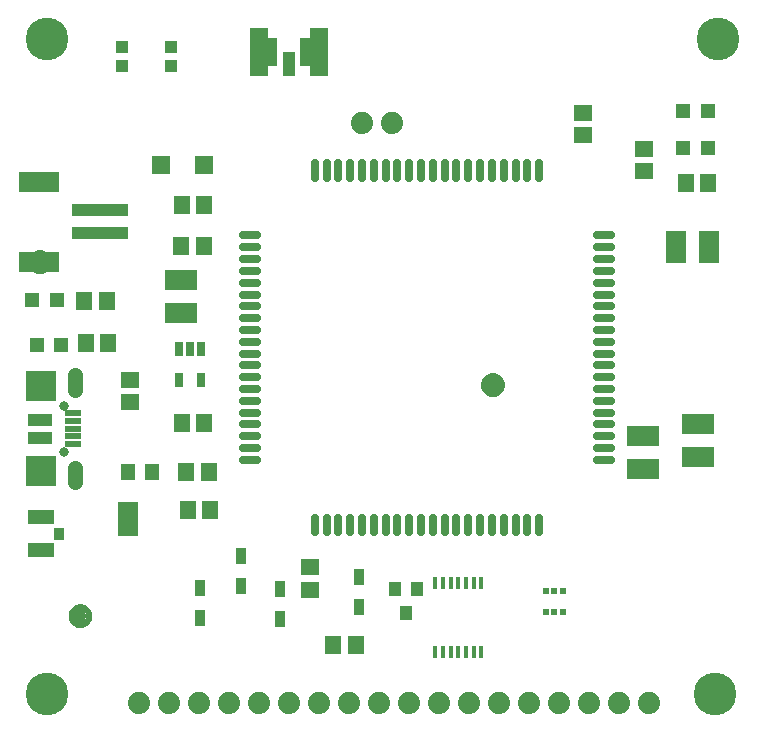
<source format=gbr>
G04 EAGLE Gerber X2 export*
%TF.Part,Single*%
%TF.FileFunction,Soldermask,Top,1*%
%TF.FilePolarity,Negative*%
%TF.GenerationSoftware,Autodesk,EAGLE,9.1.3*%
%TF.CreationDate,2018-09-14T10:42:21Z*%
G75*
%MOMM*%
%FSLAX34Y34*%
%LPD*%
%AMOC8*
5,1,8,0,0,1.08239X$1,22.5*%
G01*
%ADD10R,0.651600X1.301600*%
%ADD11R,1.301600X1.301600*%
%ADD12R,1.401600X1.601600*%
%ADD13R,4.701600X1.101600*%
%ADD14R,3.501600X1.701600*%
%ADD15R,1.601600X1.401600*%
%ADD16C,0.801600*%
%ADD17R,2.601600X2.601600*%
%ADD18C,1.309600*%
%ADD19R,2.101600X1.101600*%
%ADD20R,1.450000X0.500000*%
%ADD21R,1.001600X1.101600*%
%ADD22R,1.501600X1.501600*%
%ADD23R,2.801600X1.701600*%
%ADD24R,0.601600X0.601600*%
%ADD25R,0.501600X0.601600*%
%ADD26C,3.617600*%
%ADD27C,1.101600*%
%ADD28C,0.500000*%
%ADD29R,0.901600X1.451600*%
%ADD30R,0.450000X1.000000*%
%ADD31R,1.625600X4.165600*%
%ADD32R,1.117600X2.133600*%
%ADD33R,0.914400X2.336800*%
%ADD34R,2.301600X1.151600*%
%ADD35R,0.901600X1.101600*%
%ADD36C,0.701600*%
%ADD37R,1.701600X2.801600*%
%ADD38C,1.879600*%
%ADD39R,1.101600X1.301600*%
%ADD40R,1.301600X1.401600*%
%ADD41R,1.651000X2.921000*%


D10*
X158090Y321611D03*
X148590Y321611D03*
X139090Y321611D03*
X139090Y295609D03*
X158090Y295609D03*
D11*
X39720Y325230D03*
X18720Y325230D03*
X14960Y362760D03*
X35960Y362760D03*
D12*
X60350Y326390D03*
X79350Y326390D03*
X59240Y361950D03*
X78240Y361950D03*
D13*
X72560Y419260D03*
X72560Y439260D03*
D14*
X20560Y395260D03*
X20560Y463260D03*
D15*
X97790Y295250D03*
X97790Y276250D03*
D12*
X160630Y259080D03*
X141630Y259080D03*
D16*
X41910Y273500D03*
X41910Y234500D03*
D17*
X22910Y218000D03*
X22910Y290000D03*
D18*
X50910Y287000D02*
X50910Y299080D01*
X50910Y221000D02*
X50910Y208920D01*
D19*
X21910Y261500D03*
X21910Y246500D03*
D20*
X49660Y267000D03*
X49660Y260500D03*
X49660Y254000D03*
X49660Y247500D03*
X49660Y241000D03*
D21*
X132260Y576960D03*
X132260Y560960D03*
X91260Y560960D03*
X91260Y576960D03*
D22*
X123740Y477520D03*
X160740Y477520D03*
D12*
X141470Y443380D03*
X160470Y443380D03*
X141160Y408460D03*
X160160Y408460D03*
D23*
X140970Y379760D03*
X140970Y351760D03*
D24*
X464700Y116950D03*
D25*
X457200Y116950D03*
D24*
X449700Y116950D03*
X449700Y98950D03*
D25*
X457200Y98950D03*
D24*
X464700Y98950D03*
D12*
X568350Y462280D03*
X587350Y462280D03*
D11*
X587080Y491490D03*
X566080Y491490D03*
X587080Y523240D03*
X566080Y523240D03*
D15*
X533400Y490830D03*
X533400Y471830D03*
X481330Y521310D03*
X481330Y502310D03*
D26*
X595630Y584200D03*
X27940Y584200D03*
D27*
X405130Y290830D03*
D28*
X405130Y298330D02*
X404949Y298328D01*
X404768Y298321D01*
X404587Y298310D01*
X404406Y298295D01*
X404226Y298275D01*
X404046Y298251D01*
X403867Y298223D01*
X403689Y298190D01*
X403512Y298153D01*
X403335Y298112D01*
X403160Y298067D01*
X402985Y298017D01*
X402812Y297963D01*
X402641Y297905D01*
X402470Y297843D01*
X402302Y297776D01*
X402135Y297706D01*
X401969Y297632D01*
X401806Y297553D01*
X401645Y297471D01*
X401485Y297385D01*
X401328Y297295D01*
X401173Y297201D01*
X401020Y297104D01*
X400870Y297002D01*
X400722Y296898D01*
X400576Y296789D01*
X400434Y296678D01*
X400294Y296562D01*
X400157Y296444D01*
X400022Y296322D01*
X399891Y296197D01*
X399763Y296069D01*
X399638Y295938D01*
X399516Y295803D01*
X399398Y295666D01*
X399282Y295526D01*
X399171Y295384D01*
X399062Y295238D01*
X398958Y295090D01*
X398856Y294940D01*
X398759Y294787D01*
X398665Y294632D01*
X398575Y294475D01*
X398489Y294315D01*
X398407Y294154D01*
X398328Y293991D01*
X398254Y293825D01*
X398184Y293658D01*
X398117Y293490D01*
X398055Y293319D01*
X397997Y293148D01*
X397943Y292975D01*
X397893Y292800D01*
X397848Y292625D01*
X397807Y292448D01*
X397770Y292271D01*
X397737Y292093D01*
X397709Y291914D01*
X397685Y291734D01*
X397665Y291554D01*
X397650Y291373D01*
X397639Y291192D01*
X397632Y291011D01*
X397630Y290830D01*
X405130Y298330D02*
X405311Y298328D01*
X405492Y298321D01*
X405673Y298310D01*
X405854Y298295D01*
X406034Y298275D01*
X406214Y298251D01*
X406393Y298223D01*
X406571Y298190D01*
X406748Y298153D01*
X406925Y298112D01*
X407100Y298067D01*
X407275Y298017D01*
X407448Y297963D01*
X407619Y297905D01*
X407790Y297843D01*
X407958Y297776D01*
X408125Y297706D01*
X408291Y297632D01*
X408454Y297553D01*
X408615Y297471D01*
X408775Y297385D01*
X408932Y297295D01*
X409087Y297201D01*
X409240Y297104D01*
X409390Y297002D01*
X409538Y296898D01*
X409684Y296789D01*
X409826Y296678D01*
X409966Y296562D01*
X410103Y296444D01*
X410238Y296322D01*
X410369Y296197D01*
X410497Y296069D01*
X410622Y295938D01*
X410744Y295803D01*
X410862Y295666D01*
X410978Y295526D01*
X411089Y295384D01*
X411198Y295238D01*
X411302Y295090D01*
X411404Y294940D01*
X411501Y294787D01*
X411595Y294632D01*
X411685Y294475D01*
X411771Y294315D01*
X411853Y294154D01*
X411932Y293991D01*
X412006Y293825D01*
X412076Y293658D01*
X412143Y293490D01*
X412205Y293319D01*
X412263Y293148D01*
X412317Y292975D01*
X412367Y292800D01*
X412412Y292625D01*
X412453Y292448D01*
X412490Y292271D01*
X412523Y292093D01*
X412551Y291914D01*
X412575Y291734D01*
X412595Y291554D01*
X412610Y291373D01*
X412621Y291192D01*
X412628Y291011D01*
X412630Y290830D01*
X412628Y290649D01*
X412621Y290468D01*
X412610Y290287D01*
X412595Y290106D01*
X412575Y289926D01*
X412551Y289746D01*
X412523Y289567D01*
X412490Y289389D01*
X412453Y289212D01*
X412412Y289035D01*
X412367Y288860D01*
X412317Y288685D01*
X412263Y288512D01*
X412205Y288341D01*
X412143Y288170D01*
X412076Y288002D01*
X412006Y287835D01*
X411932Y287669D01*
X411853Y287506D01*
X411771Y287345D01*
X411685Y287185D01*
X411595Y287028D01*
X411501Y286873D01*
X411404Y286720D01*
X411302Y286570D01*
X411198Y286422D01*
X411089Y286276D01*
X410978Y286134D01*
X410862Y285994D01*
X410744Y285857D01*
X410622Y285722D01*
X410497Y285591D01*
X410369Y285463D01*
X410238Y285338D01*
X410103Y285216D01*
X409966Y285098D01*
X409826Y284982D01*
X409684Y284871D01*
X409538Y284762D01*
X409390Y284658D01*
X409240Y284556D01*
X409087Y284459D01*
X408932Y284365D01*
X408775Y284275D01*
X408615Y284189D01*
X408454Y284107D01*
X408291Y284028D01*
X408125Y283954D01*
X407958Y283884D01*
X407790Y283817D01*
X407619Y283755D01*
X407448Y283697D01*
X407275Y283643D01*
X407100Y283593D01*
X406925Y283548D01*
X406748Y283507D01*
X406571Y283470D01*
X406393Y283437D01*
X406214Y283409D01*
X406034Y283385D01*
X405854Y283365D01*
X405673Y283350D01*
X405492Y283339D01*
X405311Y283332D01*
X405130Y283330D01*
X404949Y283332D01*
X404768Y283339D01*
X404587Y283350D01*
X404406Y283365D01*
X404226Y283385D01*
X404046Y283409D01*
X403867Y283437D01*
X403689Y283470D01*
X403512Y283507D01*
X403335Y283548D01*
X403160Y283593D01*
X402985Y283643D01*
X402812Y283697D01*
X402641Y283755D01*
X402470Y283817D01*
X402302Y283884D01*
X402135Y283954D01*
X401969Y284028D01*
X401806Y284107D01*
X401645Y284189D01*
X401485Y284275D01*
X401328Y284365D01*
X401173Y284459D01*
X401020Y284556D01*
X400870Y284658D01*
X400722Y284762D01*
X400576Y284871D01*
X400434Y284982D01*
X400294Y285098D01*
X400157Y285216D01*
X400022Y285338D01*
X399891Y285463D01*
X399763Y285591D01*
X399638Y285722D01*
X399516Y285857D01*
X399398Y285994D01*
X399282Y286134D01*
X399171Y286276D01*
X399062Y286422D01*
X398958Y286570D01*
X398856Y286720D01*
X398759Y286873D01*
X398665Y287028D01*
X398575Y287185D01*
X398489Y287345D01*
X398407Y287506D01*
X398328Y287669D01*
X398254Y287835D01*
X398184Y288002D01*
X398117Y288170D01*
X398055Y288341D01*
X397997Y288512D01*
X397943Y288685D01*
X397893Y288860D01*
X397848Y289035D01*
X397807Y289212D01*
X397770Y289389D01*
X397737Y289567D01*
X397709Y289746D01*
X397685Y289926D01*
X397665Y290106D01*
X397650Y290287D01*
X397639Y290468D01*
X397632Y290649D01*
X397630Y290830D01*
D27*
X21590Y394970D03*
D28*
X21590Y402470D02*
X21409Y402468D01*
X21228Y402461D01*
X21047Y402450D01*
X20866Y402435D01*
X20686Y402415D01*
X20506Y402391D01*
X20327Y402363D01*
X20149Y402330D01*
X19972Y402293D01*
X19795Y402252D01*
X19620Y402207D01*
X19445Y402157D01*
X19272Y402103D01*
X19101Y402045D01*
X18930Y401983D01*
X18762Y401916D01*
X18595Y401846D01*
X18429Y401772D01*
X18266Y401693D01*
X18105Y401611D01*
X17945Y401525D01*
X17788Y401435D01*
X17633Y401341D01*
X17480Y401244D01*
X17330Y401142D01*
X17182Y401038D01*
X17036Y400929D01*
X16894Y400818D01*
X16754Y400702D01*
X16617Y400584D01*
X16482Y400462D01*
X16351Y400337D01*
X16223Y400209D01*
X16098Y400078D01*
X15976Y399943D01*
X15858Y399806D01*
X15742Y399666D01*
X15631Y399524D01*
X15522Y399378D01*
X15418Y399230D01*
X15316Y399080D01*
X15219Y398927D01*
X15125Y398772D01*
X15035Y398615D01*
X14949Y398455D01*
X14867Y398294D01*
X14788Y398131D01*
X14714Y397965D01*
X14644Y397798D01*
X14577Y397630D01*
X14515Y397459D01*
X14457Y397288D01*
X14403Y397115D01*
X14353Y396940D01*
X14308Y396765D01*
X14267Y396588D01*
X14230Y396411D01*
X14197Y396233D01*
X14169Y396054D01*
X14145Y395874D01*
X14125Y395694D01*
X14110Y395513D01*
X14099Y395332D01*
X14092Y395151D01*
X14090Y394970D01*
X21590Y402470D02*
X21771Y402468D01*
X21952Y402461D01*
X22133Y402450D01*
X22314Y402435D01*
X22494Y402415D01*
X22674Y402391D01*
X22853Y402363D01*
X23031Y402330D01*
X23208Y402293D01*
X23385Y402252D01*
X23560Y402207D01*
X23735Y402157D01*
X23908Y402103D01*
X24079Y402045D01*
X24250Y401983D01*
X24418Y401916D01*
X24585Y401846D01*
X24751Y401772D01*
X24914Y401693D01*
X25075Y401611D01*
X25235Y401525D01*
X25392Y401435D01*
X25547Y401341D01*
X25700Y401244D01*
X25850Y401142D01*
X25998Y401038D01*
X26144Y400929D01*
X26286Y400818D01*
X26426Y400702D01*
X26563Y400584D01*
X26698Y400462D01*
X26829Y400337D01*
X26957Y400209D01*
X27082Y400078D01*
X27204Y399943D01*
X27322Y399806D01*
X27438Y399666D01*
X27549Y399524D01*
X27658Y399378D01*
X27762Y399230D01*
X27864Y399080D01*
X27961Y398927D01*
X28055Y398772D01*
X28145Y398615D01*
X28231Y398455D01*
X28313Y398294D01*
X28392Y398131D01*
X28466Y397965D01*
X28536Y397798D01*
X28603Y397630D01*
X28665Y397459D01*
X28723Y397288D01*
X28777Y397115D01*
X28827Y396940D01*
X28872Y396765D01*
X28913Y396588D01*
X28950Y396411D01*
X28983Y396233D01*
X29011Y396054D01*
X29035Y395874D01*
X29055Y395694D01*
X29070Y395513D01*
X29081Y395332D01*
X29088Y395151D01*
X29090Y394970D01*
X29088Y394789D01*
X29081Y394608D01*
X29070Y394427D01*
X29055Y394246D01*
X29035Y394066D01*
X29011Y393886D01*
X28983Y393707D01*
X28950Y393529D01*
X28913Y393352D01*
X28872Y393175D01*
X28827Y393000D01*
X28777Y392825D01*
X28723Y392652D01*
X28665Y392481D01*
X28603Y392310D01*
X28536Y392142D01*
X28466Y391975D01*
X28392Y391809D01*
X28313Y391646D01*
X28231Y391485D01*
X28145Y391325D01*
X28055Y391168D01*
X27961Y391013D01*
X27864Y390860D01*
X27762Y390710D01*
X27658Y390562D01*
X27549Y390416D01*
X27438Y390274D01*
X27322Y390134D01*
X27204Y389997D01*
X27082Y389862D01*
X26957Y389731D01*
X26829Y389603D01*
X26698Y389478D01*
X26563Y389356D01*
X26426Y389238D01*
X26286Y389122D01*
X26144Y389011D01*
X25998Y388902D01*
X25850Y388798D01*
X25700Y388696D01*
X25547Y388599D01*
X25392Y388505D01*
X25235Y388415D01*
X25075Y388329D01*
X24914Y388247D01*
X24751Y388168D01*
X24585Y388094D01*
X24418Y388024D01*
X24250Y387957D01*
X24079Y387895D01*
X23908Y387837D01*
X23735Y387783D01*
X23560Y387733D01*
X23385Y387688D01*
X23208Y387647D01*
X23031Y387610D01*
X22853Y387577D01*
X22674Y387549D01*
X22494Y387525D01*
X22314Y387505D01*
X22133Y387490D01*
X21952Y387479D01*
X21771Y387472D01*
X21590Y387470D01*
X21409Y387472D01*
X21228Y387479D01*
X21047Y387490D01*
X20866Y387505D01*
X20686Y387525D01*
X20506Y387549D01*
X20327Y387577D01*
X20149Y387610D01*
X19972Y387647D01*
X19795Y387688D01*
X19620Y387733D01*
X19445Y387783D01*
X19272Y387837D01*
X19101Y387895D01*
X18930Y387957D01*
X18762Y388024D01*
X18595Y388094D01*
X18429Y388168D01*
X18266Y388247D01*
X18105Y388329D01*
X17945Y388415D01*
X17788Y388505D01*
X17633Y388599D01*
X17480Y388696D01*
X17330Y388798D01*
X17182Y388902D01*
X17036Y389011D01*
X16894Y389122D01*
X16754Y389238D01*
X16617Y389356D01*
X16482Y389478D01*
X16351Y389603D01*
X16223Y389731D01*
X16098Y389862D01*
X15976Y389997D01*
X15858Y390134D01*
X15742Y390274D01*
X15631Y390416D01*
X15522Y390562D01*
X15418Y390710D01*
X15316Y390860D01*
X15219Y391013D01*
X15125Y391168D01*
X15035Y391325D01*
X14949Y391485D01*
X14867Y391646D01*
X14788Y391809D01*
X14714Y391975D01*
X14644Y392142D01*
X14577Y392310D01*
X14515Y392481D01*
X14457Y392652D01*
X14403Y392825D01*
X14353Y393000D01*
X14308Y393175D01*
X14267Y393352D01*
X14230Y393529D01*
X14197Y393707D01*
X14169Y393886D01*
X14145Y394066D01*
X14125Y394246D01*
X14110Y394427D01*
X14099Y394608D01*
X14092Y394789D01*
X14090Y394970D01*
D27*
X55880Y95250D03*
D28*
X55880Y102750D02*
X55699Y102748D01*
X55518Y102741D01*
X55337Y102730D01*
X55156Y102715D01*
X54976Y102695D01*
X54796Y102671D01*
X54617Y102643D01*
X54439Y102610D01*
X54262Y102573D01*
X54085Y102532D01*
X53910Y102487D01*
X53735Y102437D01*
X53562Y102383D01*
X53391Y102325D01*
X53220Y102263D01*
X53052Y102196D01*
X52885Y102126D01*
X52719Y102052D01*
X52556Y101973D01*
X52395Y101891D01*
X52235Y101805D01*
X52078Y101715D01*
X51923Y101621D01*
X51770Y101524D01*
X51620Y101422D01*
X51472Y101318D01*
X51326Y101209D01*
X51184Y101098D01*
X51044Y100982D01*
X50907Y100864D01*
X50772Y100742D01*
X50641Y100617D01*
X50513Y100489D01*
X50388Y100358D01*
X50266Y100223D01*
X50148Y100086D01*
X50032Y99946D01*
X49921Y99804D01*
X49812Y99658D01*
X49708Y99510D01*
X49606Y99360D01*
X49509Y99207D01*
X49415Y99052D01*
X49325Y98895D01*
X49239Y98735D01*
X49157Y98574D01*
X49078Y98411D01*
X49004Y98245D01*
X48934Y98078D01*
X48867Y97910D01*
X48805Y97739D01*
X48747Y97568D01*
X48693Y97395D01*
X48643Y97220D01*
X48598Y97045D01*
X48557Y96868D01*
X48520Y96691D01*
X48487Y96513D01*
X48459Y96334D01*
X48435Y96154D01*
X48415Y95974D01*
X48400Y95793D01*
X48389Y95612D01*
X48382Y95431D01*
X48380Y95250D01*
X55880Y102750D02*
X56061Y102748D01*
X56242Y102741D01*
X56423Y102730D01*
X56604Y102715D01*
X56784Y102695D01*
X56964Y102671D01*
X57143Y102643D01*
X57321Y102610D01*
X57498Y102573D01*
X57675Y102532D01*
X57850Y102487D01*
X58025Y102437D01*
X58198Y102383D01*
X58369Y102325D01*
X58540Y102263D01*
X58708Y102196D01*
X58875Y102126D01*
X59041Y102052D01*
X59204Y101973D01*
X59365Y101891D01*
X59525Y101805D01*
X59682Y101715D01*
X59837Y101621D01*
X59990Y101524D01*
X60140Y101422D01*
X60288Y101318D01*
X60434Y101209D01*
X60576Y101098D01*
X60716Y100982D01*
X60853Y100864D01*
X60988Y100742D01*
X61119Y100617D01*
X61247Y100489D01*
X61372Y100358D01*
X61494Y100223D01*
X61612Y100086D01*
X61728Y99946D01*
X61839Y99804D01*
X61948Y99658D01*
X62052Y99510D01*
X62154Y99360D01*
X62251Y99207D01*
X62345Y99052D01*
X62435Y98895D01*
X62521Y98735D01*
X62603Y98574D01*
X62682Y98411D01*
X62756Y98245D01*
X62826Y98078D01*
X62893Y97910D01*
X62955Y97739D01*
X63013Y97568D01*
X63067Y97395D01*
X63117Y97220D01*
X63162Y97045D01*
X63203Y96868D01*
X63240Y96691D01*
X63273Y96513D01*
X63301Y96334D01*
X63325Y96154D01*
X63345Y95974D01*
X63360Y95793D01*
X63371Y95612D01*
X63378Y95431D01*
X63380Y95250D01*
X63378Y95069D01*
X63371Y94888D01*
X63360Y94707D01*
X63345Y94526D01*
X63325Y94346D01*
X63301Y94166D01*
X63273Y93987D01*
X63240Y93809D01*
X63203Y93632D01*
X63162Y93455D01*
X63117Y93280D01*
X63067Y93105D01*
X63013Y92932D01*
X62955Y92761D01*
X62893Y92590D01*
X62826Y92422D01*
X62756Y92255D01*
X62682Y92089D01*
X62603Y91926D01*
X62521Y91765D01*
X62435Y91605D01*
X62345Y91448D01*
X62251Y91293D01*
X62154Y91140D01*
X62052Y90990D01*
X61948Y90842D01*
X61839Y90696D01*
X61728Y90554D01*
X61612Y90414D01*
X61494Y90277D01*
X61372Y90142D01*
X61247Y90011D01*
X61119Y89883D01*
X60988Y89758D01*
X60853Y89636D01*
X60716Y89518D01*
X60576Y89402D01*
X60434Y89291D01*
X60288Y89182D01*
X60140Y89078D01*
X59990Y88976D01*
X59837Y88879D01*
X59682Y88785D01*
X59525Y88695D01*
X59365Y88609D01*
X59204Y88527D01*
X59041Y88448D01*
X58875Y88374D01*
X58708Y88304D01*
X58540Y88237D01*
X58369Y88175D01*
X58198Y88117D01*
X58025Y88063D01*
X57850Y88013D01*
X57675Y87968D01*
X57498Y87927D01*
X57321Y87890D01*
X57143Y87857D01*
X56964Y87829D01*
X56784Y87805D01*
X56604Y87785D01*
X56423Y87770D01*
X56242Y87759D01*
X56061Y87752D01*
X55880Y87750D01*
X55699Y87752D01*
X55518Y87759D01*
X55337Y87770D01*
X55156Y87785D01*
X54976Y87805D01*
X54796Y87829D01*
X54617Y87857D01*
X54439Y87890D01*
X54262Y87927D01*
X54085Y87968D01*
X53910Y88013D01*
X53735Y88063D01*
X53562Y88117D01*
X53391Y88175D01*
X53220Y88237D01*
X53052Y88304D01*
X52885Y88374D01*
X52719Y88448D01*
X52556Y88527D01*
X52395Y88609D01*
X52235Y88695D01*
X52078Y88785D01*
X51923Y88879D01*
X51770Y88976D01*
X51620Y89078D01*
X51472Y89182D01*
X51326Y89291D01*
X51184Y89402D01*
X51044Y89518D01*
X50907Y89636D01*
X50772Y89758D01*
X50641Y89883D01*
X50513Y90011D01*
X50388Y90142D01*
X50266Y90277D01*
X50148Y90414D01*
X50032Y90554D01*
X49921Y90696D01*
X49812Y90842D01*
X49708Y90990D01*
X49606Y91140D01*
X49509Y91293D01*
X49415Y91448D01*
X49325Y91605D01*
X49239Y91765D01*
X49157Y91926D01*
X49078Y92089D01*
X49004Y92255D01*
X48934Y92422D01*
X48867Y92590D01*
X48805Y92761D01*
X48747Y92932D01*
X48693Y93105D01*
X48643Y93280D01*
X48598Y93455D01*
X48557Y93632D01*
X48520Y93809D01*
X48487Y93987D01*
X48459Y94166D01*
X48435Y94346D01*
X48415Y94526D01*
X48400Y94707D01*
X48389Y94888D01*
X48382Y95069D01*
X48380Y95250D01*
D29*
X224790Y92710D03*
X224790Y118110D03*
X292100Y102870D03*
X292100Y128270D03*
D30*
X395420Y123230D03*
X388920Y123230D03*
X382420Y123230D03*
X375920Y123230D03*
X369420Y123230D03*
X362920Y123230D03*
X356420Y123230D03*
X356420Y64730D03*
X362920Y64730D03*
X369420Y64730D03*
X375920Y64730D03*
X382420Y64730D03*
X388920Y64730D03*
X395420Y64730D03*
D31*
X257810Y572770D03*
X207010Y572770D03*
D32*
X232410Y562610D03*
D33*
X246364Y572516D03*
X218456Y572516D03*
D34*
X22860Y178850D03*
X22860Y151350D03*
D35*
X38110Y165100D03*
D36*
X254250Y166580D02*
X254250Y178580D01*
X264250Y178580D02*
X264250Y166580D01*
X274250Y166580D02*
X274250Y178580D01*
X284250Y178580D02*
X284250Y166580D01*
X294250Y166580D02*
X294250Y178580D01*
X304250Y178580D02*
X304250Y166580D01*
X314250Y166580D02*
X314250Y178580D01*
X324250Y178580D02*
X324250Y166580D01*
X334250Y166580D02*
X334250Y178580D01*
X344250Y178580D02*
X344250Y166580D01*
X354250Y166580D02*
X354250Y178580D01*
X364250Y178580D02*
X364250Y166580D01*
X374250Y166580D02*
X374250Y178580D01*
X384250Y178580D02*
X384250Y166580D01*
X394250Y166580D02*
X394250Y178580D01*
X404250Y178580D02*
X404250Y166580D01*
X414250Y166580D02*
X414250Y178580D01*
X424250Y178580D02*
X424250Y166580D01*
X434250Y166580D02*
X434250Y178580D01*
X444250Y178580D02*
X444250Y166580D01*
X493250Y227580D02*
X505250Y227580D01*
X505250Y237580D02*
X493250Y237580D01*
X493250Y247580D02*
X505250Y247580D01*
X505250Y257580D02*
X493250Y257580D01*
X493250Y267580D02*
X505250Y267580D01*
X505250Y277580D02*
X493250Y277580D01*
X493250Y287580D02*
X505250Y287580D01*
X505250Y297580D02*
X493250Y297580D01*
X493250Y307580D02*
X505250Y307580D01*
X505250Y317580D02*
X493250Y317580D01*
X493250Y327580D02*
X505250Y327580D01*
X505250Y337580D02*
X493250Y337580D01*
X493250Y347580D02*
X505250Y347580D01*
X505250Y357580D02*
X493250Y357580D01*
X493250Y367580D02*
X505250Y367580D01*
X505250Y377580D02*
X493250Y377580D01*
X493250Y387580D02*
X505250Y387580D01*
X505250Y397580D02*
X493250Y397580D01*
X493250Y407580D02*
X505250Y407580D01*
X505250Y417580D02*
X493250Y417580D01*
X444250Y466580D02*
X444250Y478580D01*
X434250Y478580D02*
X434250Y466580D01*
X424250Y466580D02*
X424250Y478580D01*
X414250Y478580D02*
X414250Y466580D01*
X404250Y466580D02*
X404250Y478580D01*
X394250Y478580D02*
X394250Y466580D01*
X384250Y466580D02*
X384250Y478580D01*
X374250Y478580D02*
X374250Y466580D01*
X364250Y466580D02*
X364250Y478580D01*
X354250Y478580D02*
X354250Y466580D01*
X344250Y466580D02*
X344250Y478580D01*
X334250Y478580D02*
X334250Y466580D01*
X324250Y466580D02*
X324250Y478580D01*
X314250Y478580D02*
X314250Y466580D01*
X304250Y466580D02*
X304250Y478580D01*
X294250Y478580D02*
X294250Y466580D01*
X284250Y466580D02*
X284250Y478580D01*
X274250Y478580D02*
X274250Y466580D01*
X264250Y466580D02*
X264250Y478580D01*
X254250Y478580D02*
X254250Y466580D01*
X205250Y417580D02*
X193250Y417580D01*
X193250Y407580D02*
X205250Y407580D01*
X205250Y397580D02*
X193250Y397580D01*
X193250Y387580D02*
X205250Y387580D01*
X205250Y377580D02*
X193250Y377580D01*
X193250Y367580D02*
X205250Y367580D01*
X205250Y357580D02*
X193250Y357580D01*
X193250Y347580D02*
X205250Y347580D01*
X205250Y337580D02*
X193250Y337580D01*
X193250Y327580D02*
X205250Y327580D01*
X205250Y317580D02*
X193250Y317580D01*
X193250Y307580D02*
X205250Y307580D01*
X205250Y297580D02*
X193250Y297580D01*
X193250Y287580D02*
X205250Y287580D01*
X205250Y277580D02*
X193250Y277580D01*
X193250Y267580D02*
X205250Y267580D01*
X205250Y257580D02*
X193250Y257580D01*
X193250Y247580D02*
X205250Y247580D01*
X205250Y237580D02*
X193250Y237580D01*
X193250Y227580D02*
X205250Y227580D01*
D37*
X560040Y407670D03*
X588040Y407670D03*
D38*
X105410Y21590D03*
X130810Y21590D03*
X156210Y21590D03*
X181610Y21590D03*
X207010Y21590D03*
X232410Y21590D03*
X257810Y21590D03*
X283210Y21590D03*
X308610Y21590D03*
X334010Y21590D03*
X359410Y21590D03*
X384810Y21590D03*
X410210Y21590D03*
X435610Y21590D03*
X461010Y21590D03*
X486410Y21590D03*
X511810Y21590D03*
X537210Y21590D03*
D29*
X157480Y93980D03*
X157480Y119380D03*
D12*
X288900Y71120D03*
X269900Y71120D03*
D39*
X331470Y97950D03*
X321970Y117950D03*
X340970Y117950D03*
D12*
X145440Y217170D03*
X164440Y217170D03*
D40*
X96520Y217170D03*
X116840Y217170D03*
D41*
X96520Y177800D03*
D12*
X165710Y185420D03*
X146710Y185420D03*
D15*
X250190Y117500D03*
X250190Y136500D03*
D29*
X191770Y120650D03*
X191770Y146050D03*
D38*
X294640Y513080D03*
X320040Y513080D03*
D23*
X532130Y247680D03*
X532130Y219680D03*
X579120Y257840D03*
X579120Y229840D03*
D26*
X593090Y29210D03*
X27940Y29210D03*
M02*

</source>
